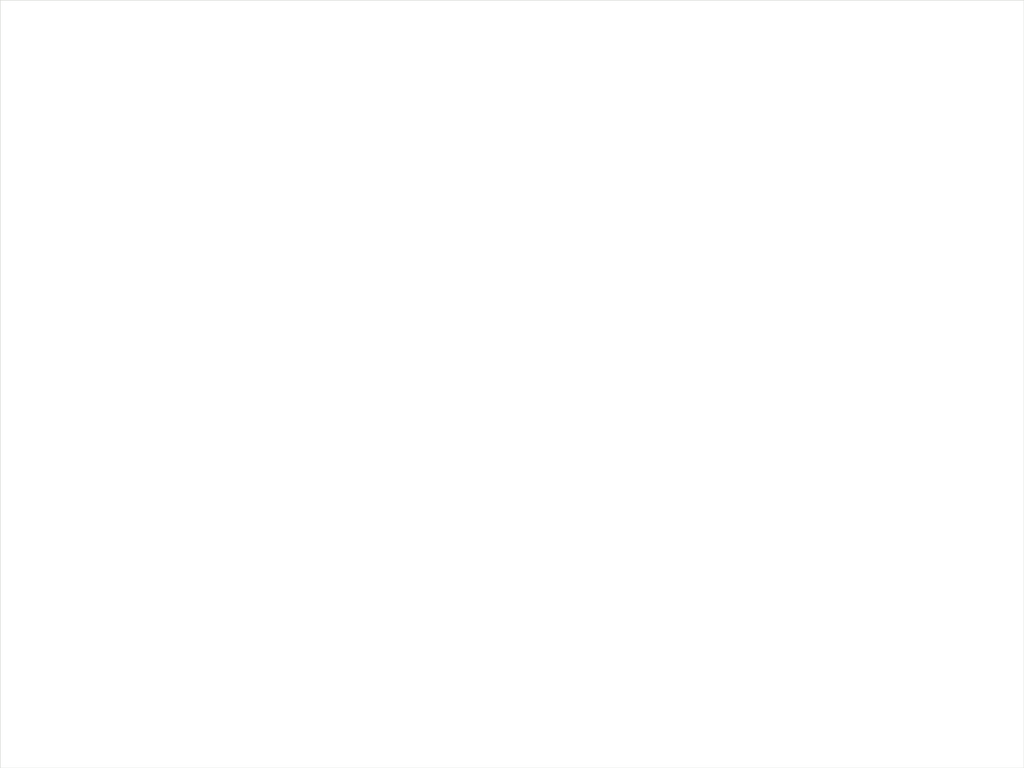
<source format=kicad_pcb>
(kicad_pcb
	(version 20241229)
	(generator "pcbnew")
	(generator_version "9.0")
	(general
		(thickness 1.6)
		(legacy_teardrops no)
	)
	(paper "A4")
	(title_block
		(title "DSP Audio Filter PCB connections")
	)
	(layers
		(0 "F.Cu" signal)
		(2 "B.Cu" signal)
		(9 "F.Adhes" user "F.Adhesive")
		(11 "B.Adhes" user "B.Adhesive")
		(13 "F.Paste" user)
		(15 "B.Paste" user)
		(5 "F.SilkS" user "F.Silkscreen")
		(7 "B.SilkS" user "B.Silkscreen")
		(1 "F.Mask" user)
		(3 "B.Mask" user)
		(17 "Dwgs.User" user "User.Drawings")
		(19 "Cmts.User" user "User.Comments")
		(21 "Eco1.User" user "User.Eco1")
		(23 "Eco2.User" user "User.Eco2")
		(25 "Edge.Cuts" user)
		(27 "Margin" user)
		(31 "F.CrtYd" user "F.Courtyard")
		(29 "B.CrtYd" user "B.Courtyard")
		(35 "F.Fab" user)
		(33 "B.Fab" user)
		(39 "User.1" user)
		(41 "User.2" user)
		(43 "User.3" user)
		(45 "User.4" user)
	)
	(setup
		(pad_to_mask_clearance 0)
		(allow_soldermask_bridges_in_footprints no)
		(tenting front back)
		(pcbplotparams
			(layerselection 0x00000000_00000000_55555555_5755f5ff)
			(plot_on_all_layers_selection 0x00000000_00000000_00000000_00000000)
			(disableapertmacros no)
			(usegerberextensions no)
			(usegerberattributes yes)
			(usegerberadvancedattributes yes)
			(creategerberjobfile yes)
			(dashed_line_dash_ratio 12.000000)
			(dashed_line_gap_ratio 3.000000)
			(svgprecision 4)
			(plotframeref no)
			(mode 1)
			(useauxorigin no)
			(hpglpennumber 1)
			(hpglpenspeed 20)
			(hpglpendiameter 15.000000)
			(pdf_front_fp_property_popups yes)
			(pdf_back_fp_property_popups yes)
			(pdf_metadata yes)
			(pdf_single_document no)
			(dxfpolygonmode yes)
			(dxfimperialunits yes)
			(dxfusepcbnewfont yes)
			(psnegative no)
			(psa4output no)
			(plot_black_and_white yes)
			(sketchpadsonfab no)
			(plotpadnumbers no)
			(hidednponfab no)
			(sketchdnponfab yes)
			(crossoutdnponfab yes)
			(subtractmaskfromsilk no)
			(outputformat 1)
			(mirror no)
			(drillshape 1)
			(scaleselection 1)
			(outputdirectory "")
		)
	)
	(net 0 "")
	(gr_rect
		(start 80.45 59.1)
		(end 180.45 134.1)
		(stroke
			(width 0.05)
			(type solid)
		)
		(fill no)
		(layer "Edge.Cuts")
		(uuid "3a9db60e-72ce-41fa-971d-0a027402cbfa")
	)
	(embedded_fonts no)
)

</source>
